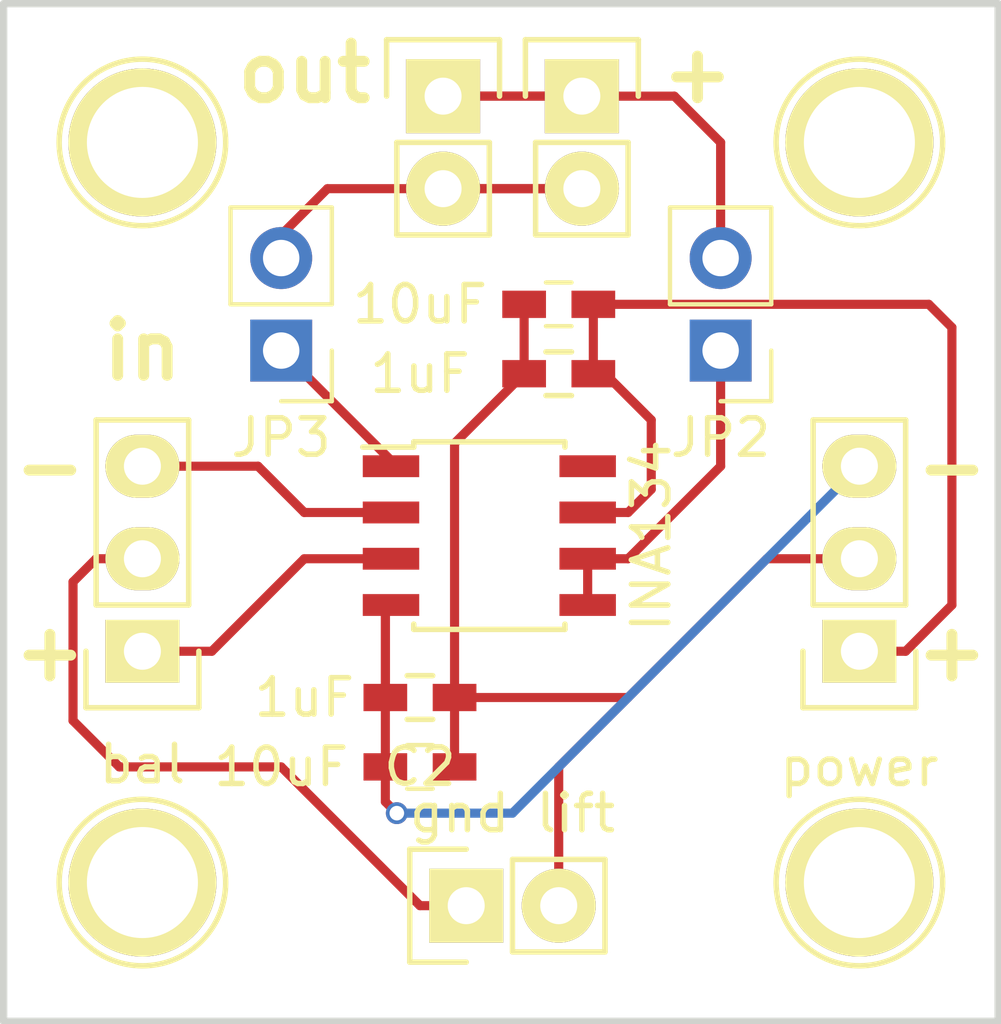
<source format=kicad_pcb>
(kicad_pcb (version 4) (host pcbnew 4.0.5)

  (general
    (links 21)
    (no_connects 0)
    (area 118.644999 86 146.150001 117.575001)
    (thickness 1.6)
    (drawings 11)
    (tracks 57)
    (zones 0)
    (modules 16)
    (nets 11)
  )

  (page A4)
  (layers
    (0 F.Cu signal)
    (31 B.Cu signal)
    (32 B.Adhes user)
    (33 F.Adhes user)
    (34 B.Paste user)
    (35 F.Paste user)
    (36 B.SilkS user)
    (37 F.SilkS user)
    (38 B.Mask user)
    (39 F.Mask user)
    (40 Dwgs.User user)
    (41 Cmts.User user)
    (42 Eco1.User user)
    (43 Eco2.User user)
    (44 Edge.Cuts user)
    (45 Margin user)
    (46 B.CrtYd user)
    (47 F.CrtYd user)
    (48 B.Fab user)
    (49 F.Fab user)
  )

  (setup
    (last_trace_width 0.25)
    (trace_clearance 0.2)
    (zone_clearance 0.508)
    (zone_45_only no)
    (trace_min 0.2)
    (segment_width 0.2)
    (edge_width 0.2)
    (via_size 0.6)
    (via_drill 0.4)
    (via_min_size 0.4)
    (via_min_drill 0.3)
    (uvia_size 0.3)
    (uvia_drill 0.1)
    (uvias_allowed no)
    (uvia_min_size 0.2)
    (uvia_min_drill 0.1)
    (pcb_text_width 0.3)
    (pcb_text_size 1.5 1.5)
    (mod_edge_width 0.15)
    (mod_text_size 1 1)
    (mod_text_width 0.15)
    (pad_size 1.524 1.524)
    (pad_drill 0.762)
    (pad_to_mask_clearance 0.2)
    (aux_axis_origin 0 0)
    (visible_elements FFFFFF7F)
    (pcbplotparams
      (layerselection 0x0003c_80000001)
      (usegerberextensions false)
      (excludeedgelayer true)
      (linewidth 0.100000)
      (plotframeref false)
      (viasonmask false)
      (mode 1)
      (useauxorigin false)
      (hpglpennumber 1)
      (hpglpenspeed 20)
      (hpglpendiameter 15)
      (hpglpenoverlay 2)
      (psnegative false)
      (psa4output false)
      (plotreference true)
      (plotvalue true)
      (plotinvisibletext false)
      (padsonsilk false)
      (subtractmaskfromsilk false)
      (outputformat 1)
      (mirror false)
      (drillshape 0)
      (scaleselection 1)
      (outputdirectory ""))
  )

  (net 0 "")
  (net 1 +15V)
  (net 2 GNDA)
  (net 3 -15V)
  (net 4 "Net-(P2-Pad3)")
  (net 5 "Net-(JP1-Pad1)")
  (net 6 "Net-(JP2-Pad2)")
  (net 7 "Net-(JP3-Pad2)")
  (net 8 "Net-(JP3-Pad1)")
  (net 9 "Net-(JP2-Pad1)")
  (net 10 "Net-(P2-Pad1)")

  (net_class Default "This is the default net class."
    (clearance 0.2)
    (trace_width 0.25)
    (via_dia 0.6)
    (via_drill 0.4)
    (uvia_dia 0.3)
    (uvia_drill 0.1)
    (add_net +15V)
    (add_net -15V)
    (add_net GNDA)
    (add_net "Net-(JP1-Pad1)")
    (add_net "Net-(JP2-Pad1)")
    (add_net "Net-(JP2-Pad2)")
    (add_net "Net-(JP3-Pad1)")
    (add_net "Net-(JP3-Pad2)")
    (add_net "Net-(P2-Pad1)")
    (add_net "Net-(P2-Pad3)")
  )

  (module Pin_Headers:Pin_Header_Straight_1x03 (layer F.Cu) (tedit 58AB614A) (tstamp 57685FE6)
    (at 142.24 107.315 180)
    (descr "Through hole pin header")
    (tags "pin header")
    (path /5766FA3B)
    (fp_text reference P1 (at 0 -5.1 180) (layer F.SilkS)
      (effects (font (size 1 1) (thickness 0.15)))
    )
    (fp_text value power (at 0 -3.175 180) (layer F.SilkS)
      (effects (font (size 1 1) (thickness 0.15)))
    )
    (fp_line (start -1.75 -1.75) (end -1.75 6.85) (layer F.CrtYd) (width 0.05))
    (fp_line (start 1.75 -1.75) (end 1.75 6.85) (layer F.CrtYd) (width 0.05))
    (fp_line (start -1.75 -1.75) (end 1.75 -1.75) (layer F.CrtYd) (width 0.05))
    (fp_line (start -1.75 6.85) (end 1.75 6.85) (layer F.CrtYd) (width 0.05))
    (fp_line (start -1.27 1.27) (end -1.27 6.35) (layer F.SilkS) (width 0.15))
    (fp_line (start -1.27 6.35) (end 1.27 6.35) (layer F.SilkS) (width 0.15))
    (fp_line (start 1.27 6.35) (end 1.27 1.27) (layer F.SilkS) (width 0.15))
    (fp_line (start 1.55 -1.55) (end 1.55 0) (layer F.SilkS) (width 0.15))
    (fp_line (start 1.27 1.27) (end -1.27 1.27) (layer F.SilkS) (width 0.15))
    (fp_line (start -1.55 0) (end -1.55 -1.55) (layer F.SilkS) (width 0.15))
    (fp_line (start -1.55 -1.55) (end 1.55 -1.55) (layer F.SilkS) (width 0.15))
    (pad 1 thru_hole rect (at 0 0 180) (size 2.032 1.7272) (drill 1.016) (layers *.Cu *.Mask F.SilkS)
      (net 1 +15V))
    (pad 2 thru_hole oval (at 0 2.54 180) (size 2.032 1.7272) (drill 1.016) (layers *.Cu *.Mask F.SilkS)
      (net 2 GNDA))
    (pad 3 thru_hole oval (at 0 5.08 180) (size 2.032 1.7272) (drill 1.016) (layers *.Cu *.Mask F.SilkS)
      (net 3 -15V))
    (model Pin_Headers.3dshapes/Pin_Header_Straight_1x03.wrl
      (at (xyz 0 -0.1 0))
      (scale (xyz 1 1 1))
      (rotate (xyz 0 0 90))
    )
  )

  (module Capacitors_SMD:C_0603_HandSoldering (layer F.Cu) (tedit 58AB63C2) (tstamp 57685FC8)
    (at 133.985 99.695 180)
    (descr "Capacitor SMD 0603, hand soldering")
    (tags "capacitor 0603")
    (path /57668C5E)
    (attr smd)
    (fp_text reference C1 (at 0 -1.9 180) (layer F.SilkS) hide
      (effects (font (size 1 1) (thickness 0.15)))
    )
    (fp_text value 1uF (at 3.81 0 180) (layer F.SilkS)
      (effects (font (size 1 1) (thickness 0.15)))
    )
    (fp_line (start -1.85 -0.75) (end 1.85 -0.75) (layer F.CrtYd) (width 0.05))
    (fp_line (start -1.85 0.75) (end 1.85 0.75) (layer F.CrtYd) (width 0.05))
    (fp_line (start -1.85 -0.75) (end -1.85 0.75) (layer F.CrtYd) (width 0.05))
    (fp_line (start 1.85 -0.75) (end 1.85 0.75) (layer F.CrtYd) (width 0.05))
    (fp_line (start -0.35 -0.6) (end 0.35 -0.6) (layer F.SilkS) (width 0.15))
    (fp_line (start 0.35 0.6) (end -0.35 0.6) (layer F.SilkS) (width 0.15))
    (pad 1 smd rect (at -0.95 0 180) (size 1.2 0.75) (layers F.Cu F.Paste F.Mask)
      (net 1 +15V))
    (pad 2 smd rect (at 0.95 0 180) (size 1.2 0.75) (layers F.Cu F.Paste F.Mask)
      (net 2 GNDA))
    (model Capacitors_SMD.3dshapes/C_0603_HandSoldering.wrl
      (at (xyz 0 0 0))
      (scale (xyz 1 1 1))
      (rotate (xyz 0 0 0))
    )
  )

  (module Capacitors_SMD:C_0603_HandSoldering (layer F.Cu) (tedit 58AB6175) (tstamp 57685FD4)
    (at 130.175 108.585 180)
    (descr "Capacitor SMD 0603, hand soldering")
    (tags "capacitor 0603")
    (path /57668C3B)
    (attr smd)
    (fp_text reference C2 (at 0 -1.9 180) (layer F.SilkS)
      (effects (font (size 1 1) (thickness 0.15)))
    )
    (fp_text value 1uF (at 3.175 0 180) (layer F.SilkS)
      (effects (font (size 1 1) (thickness 0.15)))
    )
    (fp_line (start -1.85 -0.75) (end 1.85 -0.75) (layer F.CrtYd) (width 0.05))
    (fp_line (start -1.85 0.75) (end 1.85 0.75) (layer F.CrtYd) (width 0.05))
    (fp_line (start -1.85 -0.75) (end -1.85 0.75) (layer F.CrtYd) (width 0.05))
    (fp_line (start 1.85 -0.75) (end 1.85 0.75) (layer F.CrtYd) (width 0.05))
    (fp_line (start -0.35 -0.6) (end 0.35 -0.6) (layer F.SilkS) (width 0.15))
    (fp_line (start 0.35 0.6) (end -0.35 0.6) (layer F.SilkS) (width 0.15))
    (pad 1 smd rect (at -0.95 0 180) (size 1.2 0.75) (layers F.Cu F.Paste F.Mask)
      (net 2 GNDA))
    (pad 2 smd rect (at 0.95 0 180) (size 1.2 0.75) (layers F.Cu F.Paste F.Mask)
      (net 3 -15V))
    (model Capacitors_SMD.3dshapes/C_0603_HandSoldering.wrl
      (at (xyz 0 0 0))
      (scale (xyz 1 1 1))
      (rotate (xyz 0 0 0))
    )
  )

  (module Pin_Headers:Pin_Header_Straight_1x03 (layer F.Cu) (tedit 58AB6106) (tstamp 57685FF8)
    (at 122.555 107.315 180)
    (descr "Through hole pin header")
    (tags "pin header")
    (path /57668D9A)
    (fp_text reference P2 (at 0 -5.1 180) (layer F.SilkS)
      (effects (font (size 1 1) (thickness 0.15)))
    )
    (fp_text value bal (at 0 -3.1 180) (layer F.SilkS)
      (effects (font (size 1 1) (thickness 0.15)))
    )
    (fp_line (start -1.75 -1.75) (end -1.75 6.85) (layer F.CrtYd) (width 0.05))
    (fp_line (start 1.75 -1.75) (end 1.75 6.85) (layer F.CrtYd) (width 0.05))
    (fp_line (start -1.75 -1.75) (end 1.75 -1.75) (layer F.CrtYd) (width 0.05))
    (fp_line (start -1.75 6.85) (end 1.75 6.85) (layer F.CrtYd) (width 0.05))
    (fp_line (start -1.27 1.27) (end -1.27 6.35) (layer F.SilkS) (width 0.15))
    (fp_line (start -1.27 6.35) (end 1.27 6.35) (layer F.SilkS) (width 0.15))
    (fp_line (start 1.27 6.35) (end 1.27 1.27) (layer F.SilkS) (width 0.15))
    (fp_line (start 1.55 -1.55) (end 1.55 0) (layer F.SilkS) (width 0.15))
    (fp_line (start 1.27 1.27) (end -1.27 1.27) (layer F.SilkS) (width 0.15))
    (fp_line (start -1.55 0) (end -1.55 -1.55) (layer F.SilkS) (width 0.15))
    (fp_line (start -1.55 -1.55) (end 1.55 -1.55) (layer F.SilkS) (width 0.15))
    (pad 1 thru_hole rect (at 0 0 180) (size 2.032 1.7272) (drill 1.016) (layers *.Cu *.Mask F.SilkS)
      (net 10 "Net-(P2-Pad1)"))
    (pad 2 thru_hole oval (at 0 2.54 180) (size 2.032 1.7272) (drill 1.016) (layers *.Cu *.Mask F.SilkS)
      (net 5 "Net-(JP1-Pad1)"))
    (pad 3 thru_hole oval (at 0 5.08 180) (size 2.032 1.7272) (drill 1.016) (layers *.Cu *.Mask F.SilkS)
      (net 4 "Net-(P2-Pad3)"))
    (model Pin_Headers.3dshapes/Pin_Header_Straight_1x03.wrl
      (at (xyz 0 -0.1 0))
      (scale (xyz 1 1 1))
      (rotate (xyz 0 0 90))
    )
  )

  (module Pin_Headers:Pin_Header_Straight_1x02 (layer F.Cu) (tedit 58AB59E8) (tstamp 576AA917)
    (at 130.81 92.075)
    (descr "Through hole pin header")
    (tags "pin header")
    (path /5766F83C)
    (fp_text reference P3 (at 0 -5.1) (layer F.SilkS) hide
      (effects (font (size 1 1) (thickness 0.15)))
    )
    (fp_text value CONN_01X02 (at 0 -3.1) (layer F.Fab) hide
      (effects (font (size 1 1) (thickness 0.15)))
    )
    (fp_line (start 1.27 1.27) (end 1.27 3.81) (layer F.SilkS) (width 0.15))
    (fp_line (start 1.55 -1.55) (end 1.55 0) (layer F.SilkS) (width 0.15))
    (fp_line (start -1.75 -1.75) (end -1.75 4.3) (layer F.CrtYd) (width 0.05))
    (fp_line (start 1.75 -1.75) (end 1.75 4.3) (layer F.CrtYd) (width 0.05))
    (fp_line (start -1.75 -1.75) (end 1.75 -1.75) (layer F.CrtYd) (width 0.05))
    (fp_line (start -1.75 4.3) (end 1.75 4.3) (layer F.CrtYd) (width 0.05))
    (fp_line (start 1.27 1.27) (end -1.27 1.27) (layer F.SilkS) (width 0.15))
    (fp_line (start -1.55 0) (end -1.55 -1.55) (layer F.SilkS) (width 0.15))
    (fp_line (start -1.55 -1.55) (end 1.55 -1.55) (layer F.SilkS) (width 0.15))
    (fp_line (start -1.27 1.27) (end -1.27 3.81) (layer F.SilkS) (width 0.15))
    (fp_line (start -1.27 3.81) (end 1.27 3.81) (layer F.SilkS) (width 0.15))
    (pad 1 thru_hole rect (at 0 0) (size 2.032 2.032) (drill 1.016) (layers *.Cu *.Mask F.SilkS)
      (net 6 "Net-(JP2-Pad2)"))
    (pad 2 thru_hole oval (at 0 2.54) (size 2.032 2.032) (drill 1.016) (layers *.Cu *.Mask F.SilkS)
      (net 7 "Net-(JP3-Pad2)"))
    (model Pin_Headers.3dshapes/Pin_Header_Straight_1x02.wrl
      (at (xyz 0 -0.05 0))
      (scale (xyz 1 1 1))
      (rotate (xyz 0 0 90))
    )
  )

  (module Pin_Headers:Pin_Header_Straight_1x02 (layer F.Cu) (tedit 58AB59DE) (tstamp 576AA927)
    (at 134.62 92.075)
    (descr "Through hole pin header")
    (tags "pin header")
    (path /5766F7DB)
    (fp_text reference P4 (at 0 -5.1) (layer F.SilkS) hide
      (effects (font (size 1 1) (thickness 0.15)))
    )
    (fp_text value CONN_01X02 (at 0 -3.1) (layer F.Fab) hide
      (effects (font (size 1 1) (thickness 0.15)))
    )
    (fp_line (start 1.27 1.27) (end 1.27 3.81) (layer F.SilkS) (width 0.15))
    (fp_line (start 1.55 -1.55) (end 1.55 0) (layer F.SilkS) (width 0.15))
    (fp_line (start -1.75 -1.75) (end -1.75 4.3) (layer F.CrtYd) (width 0.05))
    (fp_line (start 1.75 -1.75) (end 1.75 4.3) (layer F.CrtYd) (width 0.05))
    (fp_line (start -1.75 -1.75) (end 1.75 -1.75) (layer F.CrtYd) (width 0.05))
    (fp_line (start -1.75 4.3) (end 1.75 4.3) (layer F.CrtYd) (width 0.05))
    (fp_line (start 1.27 1.27) (end -1.27 1.27) (layer F.SilkS) (width 0.15))
    (fp_line (start -1.55 0) (end -1.55 -1.55) (layer F.SilkS) (width 0.15))
    (fp_line (start -1.55 -1.55) (end 1.55 -1.55) (layer F.SilkS) (width 0.15))
    (fp_line (start -1.27 1.27) (end -1.27 3.81) (layer F.SilkS) (width 0.15))
    (fp_line (start -1.27 3.81) (end 1.27 3.81) (layer F.SilkS) (width 0.15))
    (pad 1 thru_hole rect (at 0 0) (size 2.032 2.032) (drill 1.016) (layers *.Cu *.Mask F.SilkS)
      (net 6 "Net-(JP2-Pad2)"))
    (pad 2 thru_hole oval (at 0 2.54) (size 2.032 2.032) (drill 1.016) (layers *.Cu *.Mask F.SilkS)
      (net 7 "Net-(JP3-Pad2)"))
    (model Pin_Headers.3dshapes/Pin_Header_Straight_1x02.wrl
      (at (xyz 0 -0.05 0))
      (scale (xyz 1 1 1))
      (rotate (xyz 0 0 90))
    )
  )

  (module Housings_SOIC:SOIC-8_3.9x4.9mm_Pitch1.27mm (layer F.Cu) (tedit 58AB61AE) (tstamp 576AA937)
    (at 132.08 104.14)
    (descr "8-Lead Plastic Small Outline (SN) - Narrow, 3.90 mm Body [SOIC] (see Microchip Packaging Specification 00000049BS.pdf)")
    (tags "SOIC 1.27")
    (path /57668BC3)
    (attr smd)
    (fp_text reference U1 (at 0 -3.5) (layer F.SilkS) hide
      (effects (font (size 1 1) (thickness 0.15)))
    )
    (fp_text value INA134 (at 4.445 0 90) (layer F.SilkS)
      (effects (font (size 1 1) (thickness 0.15)))
    )
    (fp_line (start -3.75 -2.75) (end -3.75 2.75) (layer F.CrtYd) (width 0.05))
    (fp_line (start 3.75 -2.75) (end 3.75 2.75) (layer F.CrtYd) (width 0.05))
    (fp_line (start -3.75 -2.75) (end 3.75 -2.75) (layer F.CrtYd) (width 0.05))
    (fp_line (start -3.75 2.75) (end 3.75 2.75) (layer F.CrtYd) (width 0.05))
    (fp_line (start -2.075 -2.575) (end -2.075 -2.43) (layer F.SilkS) (width 0.15))
    (fp_line (start 2.075 -2.575) (end 2.075 -2.43) (layer F.SilkS) (width 0.15))
    (fp_line (start 2.075 2.575) (end 2.075 2.43) (layer F.SilkS) (width 0.15))
    (fp_line (start -2.075 2.575) (end -2.075 2.43) (layer F.SilkS) (width 0.15))
    (fp_line (start -2.075 -2.575) (end 2.075 -2.575) (layer F.SilkS) (width 0.15))
    (fp_line (start -2.075 2.575) (end 2.075 2.575) (layer F.SilkS) (width 0.15))
    (fp_line (start -2.075 -2.43) (end -3.475 -2.43) (layer F.SilkS) (width 0.15))
    (pad 1 smd rect (at -2.7 -1.905) (size 1.55 0.6) (layers F.Cu F.Paste F.Mask)
      (net 8 "Net-(JP3-Pad1)"))
    (pad 2 smd rect (at -2.7 -0.635) (size 1.55 0.6) (layers F.Cu F.Paste F.Mask)
      (net 4 "Net-(P2-Pad3)"))
    (pad 3 smd rect (at -2.7 0.635) (size 1.55 0.6) (layers F.Cu F.Paste F.Mask)
      (net 10 "Net-(P2-Pad1)"))
    (pad 4 smd rect (at -2.7 1.905) (size 1.55 0.6) (layers F.Cu F.Paste F.Mask)
      (net 3 -15V))
    (pad 5 smd rect (at 2.7 1.905) (size 1.55 0.6) (layers F.Cu F.Paste F.Mask)
      (net 9 "Net-(JP2-Pad1)"))
    (pad 6 smd rect (at 2.7 0.635) (size 1.55 0.6) (layers F.Cu F.Paste F.Mask)
      (net 9 "Net-(JP2-Pad1)"))
    (pad 7 smd rect (at 2.7 -0.635) (size 1.55 0.6) (layers F.Cu F.Paste F.Mask)
      (net 1 +15V))
    (pad 8 smd rect (at 2.7 -1.905) (size 1.55 0.6) (layers F.Cu F.Paste F.Mask))
    (model Housings_SOIC.3dshapes/SOIC-8_3.9x4.9mm_Pitch1.27mm.wrl
      (at (xyz 0 0 0))
      (scale (xyz 1 1 1))
      (rotate (xyz 0 0 0))
    )
  )

  (module Connect:1pin (layer F.Cu) (tedit 5769B78F) (tstamp 576AAA5C)
    (at 122.555 93.345)
    (descr "module 1 pin (ou trou mecanique de percage)")
    (tags DEV)
    (fp_text reference "" (at 0 -3.048) (layer F.SilkS)
      (effects (font (size 1 1) (thickness 0.15)))
    )
    (fp_text value "" (at 0 2.794) (layer F.Fab)
      (effects (font (size 1 1) (thickness 0.15)))
    )
    (fp_circle (center 0 0) (end 0 -2.286) (layer F.SilkS) (width 0.15))
    (pad 1 thru_hole circle (at 0 0) (size 4.064 4.064) (drill 3.048) (layers *.Cu *.Mask F.SilkS))
  )

  (module Connect:1pin (layer F.Cu) (tedit 5769B76E) (tstamp 576AAA5D)
    (at 122.555 113.665)
    (descr "module 1 pin (ou trou mecanique de percage)")
    (tags DEV)
    (fp_text reference "" (at 0 -3.048) (layer F.SilkS)
      (effects (font (size 1 1) (thickness 0.15)))
    )
    (fp_text value "" (at 0 2.794) (layer F.Fab)
      (effects (font (size 1 1) (thickness 0.15)))
    )
    (fp_circle (center 0 0) (end 0 -2.286) (layer F.SilkS) (width 0.15))
    (pad 1 thru_hole circle (at 0 0) (size 4.064 4.064) (drill 3.048) (layers *.Cu *.Mask F.SilkS))
  )

  (module Connect:1pin (layer F.Cu) (tedit 5769B8FD) (tstamp 576AAA61)
    (at 142.24 93.345)
    (descr "module 1 pin (ou trou mecanique de percage)")
    (tags DEV)
    (fp_text reference "" (at 0 -3.048) (layer F.SilkS)
      (effects (font (size 1 1) (thickness 0.15)))
    )
    (fp_text value 1pin (at 0 2.794) (layer F.Fab) hide
      (effects (font (size 1 1) (thickness 0.15)))
    )
    (fp_circle (center 0 0) (end 0 -2.286) (layer F.SilkS) (width 0.15))
    (pad 1 thru_hole circle (at 0 0) (size 4.064 4.064) (drill 3.048) (layers *.Cu *.Mask F.SilkS))
  )

  (module Connect:1pin (layer F.Cu) (tedit 5769B75E) (tstamp 576AAA63)
    (at 142.24 113.665)
    (descr "module 1 pin (ou trou mecanique de percage)")
    (tags DEV)
    (fp_text reference "" (at 0 -3.048) (layer F.SilkS)
      (effects (font (size 1 1) (thickness 0.15)))
    )
    (fp_text value "" (at 0 2.794) (layer F.Fab)
      (effects (font (size 1 1) (thickness 0.15)))
    )
    (fp_circle (center 0 0) (end 0 -2.286) (layer F.SilkS) (width 0.15))
    (pad 1 thru_hole circle (at 0 0) (size 4.064 4.064) (drill 3.048) (layers *.Cu *.Mask F.SilkS))
  )

  (module Pin_Headers:Pin_Header_Straight_1x02 (layer F.Cu) (tedit 58AB616C) (tstamp 5769D28D)
    (at 131.445 114.3 90)
    (descr "Through hole pin header")
    (tags "pin header")
    (path /5769CFA5)
    (fp_text reference JP1 (at 0 -5.1 90) (layer F.SilkS) hide
      (effects (font (size 1 1) (thickness 0.15)))
    )
    (fp_text value "gnd lift" (at 2.54 1.27 180) (layer F.SilkS)
      (effects (font (size 1 1) (thickness 0.15)))
    )
    (fp_line (start 1.27 1.27) (end 1.27 3.81) (layer F.SilkS) (width 0.15))
    (fp_line (start 1.55 -1.55) (end 1.55 0) (layer F.SilkS) (width 0.15))
    (fp_line (start -1.75 -1.75) (end -1.75 4.3) (layer F.CrtYd) (width 0.05))
    (fp_line (start 1.75 -1.75) (end 1.75 4.3) (layer F.CrtYd) (width 0.05))
    (fp_line (start -1.75 -1.75) (end 1.75 -1.75) (layer F.CrtYd) (width 0.05))
    (fp_line (start -1.75 4.3) (end 1.75 4.3) (layer F.CrtYd) (width 0.05))
    (fp_line (start 1.27 1.27) (end -1.27 1.27) (layer F.SilkS) (width 0.15))
    (fp_line (start -1.55 0) (end -1.55 -1.55) (layer F.SilkS) (width 0.15))
    (fp_line (start -1.55 -1.55) (end 1.55 -1.55) (layer F.SilkS) (width 0.15))
    (fp_line (start -1.27 1.27) (end -1.27 3.81) (layer F.SilkS) (width 0.15))
    (fp_line (start -1.27 3.81) (end 1.27 3.81) (layer F.SilkS) (width 0.15))
    (pad 1 thru_hole rect (at 0 0 90) (size 2.032 2.032) (drill 1.016) (layers *.Cu *.Mask F.SilkS)
      (net 5 "Net-(JP1-Pad1)"))
    (pad 2 thru_hole oval (at 0 2.54 90) (size 2.032 2.032) (drill 1.016) (layers *.Cu *.Mask F.SilkS)
      (net 2 GNDA))
    (model Pin_Headers.3dshapes/Pin_Header_Straight_1x02.wrl
      (at (xyz 0 -0.05 0))
      (scale (xyz 1 1 1))
      (rotate (xyz 0 0 90))
    )
  )

  (module Capacitors_SMD:C_0603_HandSoldering (layer F.Cu) (tedit 58AB63BB) (tstamp 58AB567B)
    (at 133.985 97.79 180)
    (descr "Capacitor SMD 0603, hand soldering")
    (tags "capacitor 0603")
    (path /58AB578A)
    (attr smd)
    (fp_text reference C3 (at 0 -1.9 180) (layer F.SilkS) hide
      (effects (font (size 1 1) (thickness 0.15)))
    )
    (fp_text value 10uF (at 3.81 0 180) (layer F.SilkS)
      (effects (font (size 1 1) (thickness 0.15)))
    )
    (fp_line (start -0.8 0.4) (end -0.8 -0.4) (layer F.Fab) (width 0.1))
    (fp_line (start 0.8 0.4) (end -0.8 0.4) (layer F.Fab) (width 0.1))
    (fp_line (start 0.8 -0.4) (end 0.8 0.4) (layer F.Fab) (width 0.1))
    (fp_line (start -0.8 -0.4) (end 0.8 -0.4) (layer F.Fab) (width 0.1))
    (fp_line (start -1.85 -0.75) (end 1.85 -0.75) (layer F.CrtYd) (width 0.05))
    (fp_line (start -1.85 0.75) (end 1.85 0.75) (layer F.CrtYd) (width 0.05))
    (fp_line (start -1.85 -0.75) (end -1.85 0.75) (layer F.CrtYd) (width 0.05))
    (fp_line (start 1.85 -0.75) (end 1.85 0.75) (layer F.CrtYd) (width 0.05))
    (fp_line (start -0.35 -0.6) (end 0.35 -0.6) (layer F.SilkS) (width 0.12))
    (fp_line (start 0.35 0.6) (end -0.35 0.6) (layer F.SilkS) (width 0.12))
    (pad 1 smd rect (at -0.95 0 180) (size 1.2 0.75) (layers F.Cu F.Paste F.Mask)
      (net 1 +15V))
    (pad 2 smd rect (at 0.95 0 180) (size 1.2 0.75) (layers F.Cu F.Paste F.Mask)
      (net 2 GNDA))
    (model Capacitors_SMD.3dshapes/C_0603_HandSoldering.wrl
      (at (xyz 0 0 0))
      (scale (xyz 1 1 1))
      (rotate (xyz 0 0 0))
    )
  )

  (module Capacitors_SMD:C_0603_HandSoldering (layer F.Cu) (tedit 58AB6170) (tstamp 58AB5681)
    (at 130.175 110.49)
    (descr "Capacitor SMD 0603, hand soldering")
    (tags "capacitor 0603")
    (path /58AB5839)
    (attr smd)
    (fp_text reference C4 (at -3.175 -0.635) (layer F.SilkS) hide
      (effects (font (size 1 1) (thickness 0.15)))
    )
    (fp_text value 10uF (at -3.81 0) (layer F.SilkS)
      (effects (font (size 1 1) (thickness 0.15)))
    )
    (fp_line (start -0.8 0.4) (end -0.8 -0.4) (layer F.Fab) (width 0.1))
    (fp_line (start 0.8 0.4) (end -0.8 0.4) (layer F.Fab) (width 0.1))
    (fp_line (start 0.8 -0.4) (end 0.8 0.4) (layer F.Fab) (width 0.1))
    (fp_line (start -0.8 -0.4) (end 0.8 -0.4) (layer F.Fab) (width 0.1))
    (fp_line (start -1.85 -0.75) (end 1.85 -0.75) (layer F.CrtYd) (width 0.05))
    (fp_line (start -1.85 0.75) (end 1.85 0.75) (layer F.CrtYd) (width 0.05))
    (fp_line (start -1.85 -0.75) (end -1.85 0.75) (layer F.CrtYd) (width 0.05))
    (fp_line (start 1.85 -0.75) (end 1.85 0.75) (layer F.CrtYd) (width 0.05))
    (fp_line (start -0.35 -0.6) (end 0.35 -0.6) (layer F.SilkS) (width 0.12))
    (fp_line (start 0.35 0.6) (end -0.35 0.6) (layer F.SilkS) (width 0.12))
    (pad 1 smd rect (at -0.95 0) (size 1.2 0.75) (layers F.Cu F.Paste F.Mask)
      (net 3 -15V))
    (pad 2 smd rect (at 0.95 0) (size 1.2 0.75) (layers F.Cu F.Paste F.Mask)
      (net 2 GNDA))
    (model Capacitors_SMD.3dshapes/C_0603_HandSoldering.wrl
      (at (xyz 0 0 0))
      (scale (xyz 1 1 1))
      (rotate (xyz 0 0 0))
    )
  )

  (module Pin_Headers:Pin_Header_Straight_1x02_Pitch2.54mm (layer F.Cu) (tedit 58AB61BE) (tstamp 58AB58A4)
    (at 138.43 99.06 180)
    (descr "Through hole straight pin header, 1x02, 2.54mm pitch, single row")
    (tags "Through hole pin header THT 1x02 2.54mm single row")
    (path /58AB567A)
    (fp_text reference JP2 (at 0 -2.39 180) (layer F.SilkS)
      (effects (font (size 1 1) (thickness 0.15)))
    )
    (fp_text value Jumper_NC_Small (at 0 4.93 180) (layer F.Fab) hide
      (effects (font (size 1 1) (thickness 0.15)))
    )
    (fp_line (start -1.27 -1.27) (end -1.27 3.81) (layer F.Fab) (width 0.1))
    (fp_line (start -1.27 3.81) (end 1.27 3.81) (layer F.Fab) (width 0.1))
    (fp_line (start 1.27 3.81) (end 1.27 -1.27) (layer F.Fab) (width 0.1))
    (fp_line (start 1.27 -1.27) (end -1.27 -1.27) (layer F.Fab) (width 0.1))
    (fp_line (start -1.39 1.27) (end -1.39 3.93) (layer F.SilkS) (width 0.12))
    (fp_line (start -1.39 3.93) (end 1.39 3.93) (layer F.SilkS) (width 0.12))
    (fp_line (start 1.39 3.93) (end 1.39 1.27) (layer F.SilkS) (width 0.12))
    (fp_line (start 1.39 1.27) (end -1.39 1.27) (layer F.SilkS) (width 0.12))
    (fp_line (start -1.39 0) (end -1.39 -1.39) (layer F.SilkS) (width 0.12))
    (fp_line (start -1.39 -1.39) (end 0 -1.39) (layer F.SilkS) (width 0.12))
    (fp_line (start -1.6 -1.6) (end -1.6 4.1) (layer F.CrtYd) (width 0.05))
    (fp_line (start -1.6 4.1) (end 1.6 4.1) (layer F.CrtYd) (width 0.05))
    (fp_line (start 1.6 4.1) (end 1.6 -1.6) (layer F.CrtYd) (width 0.05))
    (fp_line (start 1.6 -1.6) (end -1.6 -1.6) (layer F.CrtYd) (width 0.05))
    (pad 1 thru_hole rect (at 0 0 180) (size 1.7 1.7) (drill 1) (layers *.Cu *.Mask)
      (net 9 "Net-(JP2-Pad1)"))
    (pad 2 thru_hole oval (at 0 2.54 180) (size 1.7 1.7) (drill 1) (layers *.Cu *.Mask)
      (net 6 "Net-(JP2-Pad2)"))
    (model Pin_Headers.3dshapes/Pin_Header_Straight_1x02_Pitch2.54mm.wrl
      (at (xyz 0 -0.05 0))
      (scale (xyz 1 1 1))
      (rotate (xyz 0 0 90))
    )
  )

  (module Pin_Headers:Pin_Header_Straight_1x02_Pitch2.54mm (layer F.Cu) (tedit 58AB5948) (tstamp 58AB58AA)
    (at 126.365 99.06 180)
    (descr "Through hole straight pin header, 1x02, 2.54mm pitch, single row")
    (tags "Through hole pin header THT 1x02 2.54mm single row")
    (path /58AB56B2)
    (fp_text reference JP3 (at 0 -2.39 180) (layer F.SilkS)
      (effects (font (size 1 1) (thickness 0.15)))
    )
    (fp_text value Jumper_NC_Small (at 0 8.89 180) (layer F.Fab) hide
      (effects (font (size 1 1) (thickness 0.15)))
    )
    (fp_line (start -1.27 -1.27) (end -1.27 3.81) (layer F.Fab) (width 0.1))
    (fp_line (start -1.27 3.81) (end 1.27 3.81) (layer F.Fab) (width 0.1))
    (fp_line (start 1.27 3.81) (end 1.27 -1.27) (layer F.Fab) (width 0.1))
    (fp_line (start 1.27 -1.27) (end -1.27 -1.27) (layer F.Fab) (width 0.1))
    (fp_line (start -1.39 1.27) (end -1.39 3.93) (layer F.SilkS) (width 0.12))
    (fp_line (start -1.39 3.93) (end 1.39 3.93) (layer F.SilkS) (width 0.12))
    (fp_line (start 1.39 3.93) (end 1.39 1.27) (layer F.SilkS) (width 0.12))
    (fp_line (start 1.39 1.27) (end -1.39 1.27) (layer F.SilkS) (width 0.12))
    (fp_line (start -1.39 0) (end -1.39 -1.39) (layer F.SilkS) (width 0.12))
    (fp_line (start -1.39 -1.39) (end 0 -1.39) (layer F.SilkS) (width 0.12))
    (fp_line (start -1.6 -1.6) (end -1.6 4.1) (layer F.CrtYd) (width 0.05))
    (fp_line (start -1.6 4.1) (end 1.6 4.1) (layer F.CrtYd) (width 0.05))
    (fp_line (start 1.6 4.1) (end 1.6 -1.6) (layer F.CrtYd) (width 0.05))
    (fp_line (start 1.6 -1.6) (end -1.6 -1.6) (layer F.CrtYd) (width 0.05))
    (pad 1 thru_hole rect (at 0 0 180) (size 1.7 1.7) (drill 1) (layers *.Cu *.Mask)
      (net 8 "Net-(JP3-Pad1)"))
    (pad 2 thru_hole oval (at 0 2.54 180) (size 1.7 1.7) (drill 1) (layers *.Cu *.Mask)
      (net 7 "Net-(JP3-Pad2)"))
    (model Pin_Headers.3dshapes/Pin_Header_Straight_1x02_Pitch2.54mm.wrl
      (at (xyz 0 -0.05 0))
      (scale (xyz 1 1 1))
      (rotate (xyz 0 0 90))
    )
  )

  (gr_line (start 146.05 89.535) (end 118.745 89.535) (angle 90) (layer Edge.Cuts) (width 0.2))
  (gr_line (start 118.745 117.475) (end 118.745 89.535) (angle 90) (layer Edge.Cuts) (width 0.2))
  (gr_line (start 146.05 117.475) (end 118.745 117.475) (angle 90) (layer Edge.Cuts) (width 0.2))
  (gr_line (start 146.05 89.535) (end 146.05 117.475) (angle 90) (layer Edge.Cuts) (width 0.2))
  (gr_text + (at 137.795 91.44) (layer F.SilkS)
    (effects (font (size 1.5 1.5) (thickness 0.3)))
  )
  (gr_text in (at 122.555 99.06) (layer F.SilkS)
    (effects (font (size 1.5 1.5) (thickness 0.3)))
  )
  (gr_text out (at 127 91.44) (layer F.SilkS)
    (effects (font (size 1.5 1.5) (thickness 0.3)))
  )
  (gr_text - (at 120.015 102.235) (layer F.SilkS)
    (effects (font (size 1.5 1.5) (thickness 0.3)))
  )
  (gr_text + (at 120.015 107.315) (layer F.SilkS)
    (effects (font (size 1.5 1.5) (thickness 0.3)))
  )
  (gr_text - (at 144.78 102.235) (layer F.SilkS)
    (effects (font (size 1.5 1.5) (thickness 0.3)))
  )
  (gr_text + (at 144.78 107.315) (layer F.SilkS)
    (effects (font (size 1.5 1.5) (thickness 0.3)))
  )

  (segment (start 142.24 107.315) (end 143.51 107.315) (width 0.25) (layer F.Cu) (net 1))
  (segment (start 144.145 97.79) (end 134.935 97.79) (width 0.25) (layer F.Cu) (net 1) (tstamp 58AB65D9))
  (segment (start 144.78 98.425) (end 144.145 97.79) (width 0.25) (layer F.Cu) (net 1) (tstamp 58AB65D8))
  (segment (start 144.78 106.045) (end 144.78 98.425) (width 0.25) (layer F.Cu) (net 1) (tstamp 58AB65D4))
  (segment (start 143.51 107.315) (end 144.78 106.045) (width 0.25) (layer F.Cu) (net 1) (tstamp 58AB65D2))
  (segment (start 134.935 99.695) (end 135.255 99.695) (width 0.25) (layer F.Cu) (net 1))
  (segment (start 135.255 99.695) (end 136.525 100.965) (width 0.25) (layer F.Cu) (net 1) (tstamp 58AB5B5C))
  (segment (start 135.89 103.505) (end 134.78 103.505) (width 0.25) (layer F.Cu) (net 1) (tstamp 58AB5B65))
  (segment (start 136.525 102.87) (end 135.89 103.505) (width 0.25) (layer F.Cu) (net 1) (tstamp 58AB5B63))
  (segment (start 136.525 100.965) (end 136.525 102.87) (width 0.25) (layer F.Cu) (net 1) (tstamp 58AB5B5E))
  (segment (start 134.935 97.79) (end 134.935 99.695) (width 0.25) (layer F.Cu) (net 1))
  (segment (start 133.985 114.3) (end 133.985 110.49) (width 0.25) (layer F.Cu) (net 2))
  (segment (start 133.985 110.49) (end 135.89 108.585) (width 0.25) (layer F.Cu) (net 2) (tstamp 58AB659F))
  (segment (start 131.125 108.585) (end 131.125 101.605) (width 0.25) (layer F.Cu) (net 2))
  (segment (start 131.125 101.605) (end 133.035 99.695) (width 0.25) (layer F.Cu) (net 2) (tstamp 58AB5F66))
  (segment (start 131.125 108.585) (end 135.89 108.585) (width 0.25) (layer F.Cu) (net 2))
  (segment (start 139.7 104.775) (end 142.24 104.775) (width 0.25) (layer F.Cu) (net 2) (tstamp 58AB5F5A))
  (segment (start 135.89 108.585) (end 139.7 104.775) (width 0.25) (layer F.Cu) (net 2) (tstamp 58AB5F57))
  (segment (start 133.035 97.79) (end 133.035 99.695) (width 0.25) (layer F.Cu) (net 2))
  (segment (start 131.125 110.49) (end 131.445 110.49) (width 0.25) (layer F.Cu) (net 2))
  (segment (start 131.125 110.49) (end 131.125 108.585) (width 0.25) (layer F.Cu) (net 2))
  (segment (start 129.225 110.49) (end 129.225 111.445) (width 0.25) (layer F.Cu) (net 3))
  (segment (start 132.715 111.76) (end 142.24 102.235) (width 0.25) (layer B.Cu) (net 3) (tstamp 58AB6621))
  (segment (start 129.54 111.76) (end 132.715 111.76) (width 0.25) (layer B.Cu) (net 3) (tstamp 58AB6620))
  (via (at 129.54 111.76) (size 0.6) (drill 0.4) (layers F.Cu B.Cu) (net 3))
  (segment (start 129.225 111.445) (end 129.54 111.76) (width 0.25) (layer F.Cu) (net 3) (tstamp 58AB6619))
  (segment (start 129.225 108.585) (end 129.225 106.2) (width 0.25) (layer F.Cu) (net 3))
  (segment (start 129.225 106.2) (end 129.38 106.045) (width 0.25) (layer F.Cu) (net 3) (tstamp 58AB5A90))
  (segment (start 129.225 110.49) (end 129.225 106.2) (width 0.25) (layer F.Cu) (net 3))
  (segment (start 129.225 106.2) (end 129.38 106.045) (width 0.25) (layer F.Cu) (net 3) (tstamp 58AB5A1A))
  (segment (start 122.555 102.235) (end 125.73 102.235) (width 0.25) (layer F.Cu) (net 4))
  (segment (start 127 103.505) (end 129.38 103.505) (width 0.25) (layer F.Cu) (net 4) (tstamp 58AB5A0D))
  (segment (start 125.73 102.235) (end 127 103.505) (width 0.25) (layer F.Cu) (net 4) (tstamp 58AB5A09))
  (segment (start 122.555 104.775) (end 121.285 104.775) (width 0.25) (layer F.Cu) (net 5))
  (segment (start 130.175 114.3) (end 131.445 114.3) (width 0.25) (layer F.Cu) (net 5) (tstamp 58AB655A))
  (segment (start 126.365 110.49) (end 130.175 114.3) (width 0.25) (layer F.Cu) (net 5) (tstamp 58AB6557))
  (segment (start 121.92 110.49) (end 126.365 110.49) (width 0.25) (layer F.Cu) (net 5) (tstamp 58AB6554))
  (segment (start 120.65 109.22) (end 121.92 110.49) (width 0.25) (layer F.Cu) (net 5) (tstamp 58AB654C))
  (segment (start 120.65 105.41) (end 120.65 109.22) (width 0.25) (layer F.Cu) (net 5) (tstamp 58AB6549))
  (segment (start 121.285 104.775) (end 120.65 105.41) (width 0.25) (layer F.Cu) (net 5) (tstamp 58AB6547))
  (segment (start 130.81 92.075) (end 134.62 92.075) (width 0.25) (layer F.Cu) (net 6))
  (segment (start 130.81 92.075) (end 137.16 92.075) (width 0.25) (layer F.Cu) (net 6))
  (segment (start 138.43 93.345) (end 138.43 96.52) (width 0.25) (layer F.Cu) (net 6) (tstamp 58AB5A49))
  (segment (start 137.16 92.075) (end 138.43 93.345) (width 0.25) (layer F.Cu) (net 6) (tstamp 58AB5A45))
  (segment (start 130.81 94.615) (end 134.62 94.615) (width 0.25) (layer F.Cu) (net 7))
  (segment (start 126.365 96.52) (end 126.365 95.885) (width 0.25) (layer F.Cu) (net 7))
  (segment (start 126.365 95.885) (end 127.635 94.615) (width 0.25) (layer F.Cu) (net 7) (tstamp 58AB5A3B))
  (segment (start 127.635 94.615) (end 134.62 94.615) (width 0.25) (layer F.Cu) (net 7) (tstamp 58AB5A3E))
  (segment (start 129.38 102.235) (end 129.38 102.075) (width 0.25) (layer F.Cu) (net 8))
  (segment (start 129.38 102.075) (end 126.365 99.06) (width 0.25) (layer F.Cu) (net 8) (tstamp 58AB5A83))
  (segment (start 138.43 99.06) (end 138.43 102.235) (width 0.25) (layer F.Cu) (net 9))
  (segment (start 135.89 104.775) (end 134.78 104.775) (width 0.25) (layer F.Cu) (net 9) (tstamp 58AB5B18))
  (segment (start 138.43 102.235) (end 135.89 104.775) (width 0.25) (layer F.Cu) (net 9) (tstamp 58AB5B14))
  (segment (start 134.78 106.045) (end 134.78 104.775) (width 0.25) (layer F.Cu) (net 9))
  (segment (start 122.555 107.315) (end 124.46 107.315) (width 0.25) (layer F.Cu) (net 10))
  (segment (start 127 104.775) (end 129.38 104.775) (width 0.25) (layer F.Cu) (net 10) (tstamp 58AB653B))
  (segment (start 124.46 107.315) (end 127 104.775) (width 0.25) (layer F.Cu) (net 10) (tstamp 58AB652F))

)

</source>
